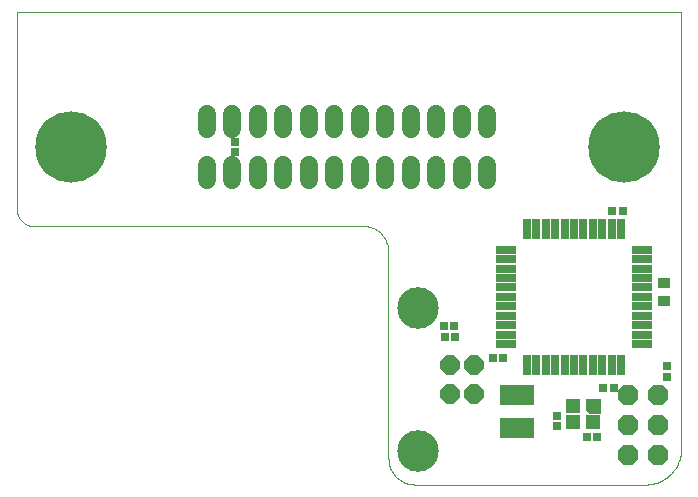
<source format=gbs>
G75*
%MOIN*%
%OFA0B0*%
%FSLAX24Y24*%
%IPPOS*%
%LPD*%
%AMOC8*
5,1,8,0,0,1.08239X$1,22.5*
%
%ADD10C,0.0039*%
%ADD11C,0.0600*%
%ADD12C,0.2380*%
%ADD13R,0.0512X0.0472*%
%ADD14C,0.0020*%
%ADD15OC8,0.0680*%
%ADD16R,0.0280X0.0280*%
%ADD17R,0.1143X0.0710*%
%ADD18R,0.0671X0.0316*%
%ADD19R,0.0316X0.0671*%
%ADD20R,0.0434X0.0356*%
%ADD21OC8,0.0654*%
%ADD22C,0.1386*%
D10*
X000639Y008800D02*
X011639Y008800D01*
X011696Y008798D01*
X011753Y008793D01*
X011810Y008783D01*
X011865Y008770D01*
X011920Y008754D01*
X011974Y008733D01*
X012026Y008710D01*
X012077Y008683D01*
X012125Y008653D01*
X012172Y008619D01*
X012216Y008583D01*
X012258Y008544D01*
X012297Y008502D01*
X012333Y008458D01*
X012367Y008411D01*
X012397Y008363D01*
X012424Y008312D01*
X012447Y008260D01*
X012468Y008206D01*
X012484Y008151D01*
X012497Y008096D01*
X012507Y008039D01*
X012512Y007982D01*
X012514Y007925D01*
X012514Y001050D01*
X012516Y000993D01*
X012521Y000936D01*
X012531Y000879D01*
X012544Y000824D01*
X012560Y000769D01*
X012581Y000715D01*
X012604Y000663D01*
X012631Y000613D01*
X012661Y000564D01*
X012695Y000517D01*
X012731Y000473D01*
X012770Y000431D01*
X012812Y000392D01*
X012856Y000356D01*
X012903Y000322D01*
X012952Y000292D01*
X013002Y000265D01*
X013054Y000242D01*
X013108Y000221D01*
X013163Y000205D01*
X013218Y000192D01*
X013275Y000182D01*
X013332Y000177D01*
X013389Y000175D01*
X021014Y000175D01*
X022264Y001300D02*
X022264Y015925D01*
X000139Y015925D01*
X000139Y009300D01*
X000141Y009256D01*
X000147Y009213D01*
X000156Y009171D01*
X000169Y009129D01*
X000186Y009089D01*
X000206Y009050D01*
X000229Y009013D01*
X000256Y008979D01*
X000285Y008946D01*
X000318Y008917D01*
X000352Y008890D01*
X000389Y008867D01*
X000428Y008847D01*
X000468Y008830D01*
X000510Y008817D01*
X000552Y008808D01*
X000595Y008802D01*
X000639Y008800D01*
X021015Y000176D02*
X021081Y000174D01*
X021148Y000176D01*
X021214Y000182D01*
X021280Y000192D01*
X021346Y000205D01*
X021410Y000222D01*
X021474Y000242D01*
X021536Y000266D01*
X021597Y000294D01*
X021656Y000324D01*
X021713Y000358D01*
X021768Y000396D01*
X021822Y000436D01*
X021872Y000479D01*
X021921Y000525D01*
X021966Y000574D01*
X022009Y000625D01*
X022049Y000678D01*
X022086Y000734D01*
X022120Y000792D01*
X022150Y000851D01*
X022177Y000912D01*
X022201Y000974D01*
X022221Y001038D01*
X022237Y001103D01*
X022250Y001168D01*
X022259Y001234D01*
X022264Y001301D01*
D11*
X015814Y010315D02*
X015814Y010835D01*
X014964Y010835D02*
X014964Y010315D01*
X014114Y010315D02*
X014114Y010835D01*
X013264Y010835D02*
X013264Y010315D01*
X012414Y010315D02*
X012414Y010835D01*
X011564Y010835D02*
X011564Y010315D01*
X010714Y010315D02*
X010714Y010835D01*
X009864Y010835D02*
X009864Y010315D01*
X009014Y010315D02*
X009014Y010835D01*
X008164Y010835D02*
X008164Y010315D01*
X007314Y010315D02*
X007314Y010835D01*
X006464Y010835D02*
X006464Y010315D01*
X006464Y012015D02*
X006464Y012535D01*
X007314Y012535D02*
X007314Y012015D01*
X008164Y012015D02*
X008164Y012535D01*
X009014Y012535D02*
X009014Y012015D01*
X009864Y012015D02*
X009864Y012535D01*
X010714Y012535D02*
X010714Y012015D01*
X011564Y012015D02*
X011564Y012535D01*
X012414Y012535D02*
X012414Y012015D01*
X013264Y012015D02*
X013264Y012535D01*
X014114Y012535D02*
X014114Y012015D01*
X014964Y012015D02*
X014964Y012535D01*
X015814Y012535D02*
X015814Y012015D01*
D12*
X020349Y011425D03*
X001929Y011425D03*
D13*
X018659Y002800D03*
X018659Y002249D03*
X019328Y002249D03*
D14*
X019210Y002574D02*
X019574Y002574D01*
X019574Y003026D01*
X019082Y003026D01*
X019082Y002702D01*
X019210Y002574D01*
X019206Y002578D02*
X019574Y002578D01*
X019574Y002596D02*
X019187Y002596D01*
X019169Y002615D02*
X019574Y002615D01*
X019574Y002633D02*
X019150Y002633D01*
X019132Y002652D02*
X019574Y002652D01*
X019574Y002670D02*
X019113Y002670D01*
X019095Y002689D02*
X019574Y002689D01*
X019574Y002707D02*
X019082Y002707D01*
X019082Y002726D02*
X019574Y002726D01*
X019574Y002744D02*
X019082Y002744D01*
X019082Y002763D02*
X019574Y002763D01*
X019574Y002781D02*
X019082Y002781D01*
X019082Y002800D02*
X019574Y002800D01*
X019574Y002818D02*
X019082Y002818D01*
X019082Y002837D02*
X019574Y002837D01*
X019574Y002855D02*
X019082Y002855D01*
X019082Y002874D02*
X019574Y002874D01*
X019574Y002892D02*
X019082Y002892D01*
X019082Y002911D02*
X019574Y002911D01*
X019574Y002929D02*
X019082Y002929D01*
X019082Y002948D02*
X019574Y002948D01*
X019574Y002966D02*
X019082Y002966D01*
X019082Y002985D02*
X019574Y002985D01*
X019574Y003003D02*
X019082Y003003D01*
X019082Y003022D02*
X019574Y003022D01*
D15*
X020514Y003175D03*
X020514Y002175D03*
X020514Y001175D03*
X021514Y001175D03*
X021514Y002175D03*
X021514Y003175D03*
D16*
X021783Y003771D03*
X021783Y004111D03*
X020017Y003408D03*
X019677Y003408D03*
X018146Y002460D03*
X018146Y002120D03*
X019120Y001766D03*
X019460Y001766D03*
X016323Y004405D03*
X015983Y004405D03*
X014732Y005101D03*
X014392Y005101D03*
X014372Y005455D03*
X014712Y005455D03*
X019976Y009306D03*
X020316Y009306D03*
X007389Y011255D03*
X007389Y011595D03*
D17*
X016814Y003153D03*
X016814Y002051D03*
D18*
X016434Y004854D03*
X016434Y005169D03*
X016434Y005484D03*
X016434Y005799D03*
X016434Y006114D03*
X016434Y006429D03*
X016434Y006744D03*
X016434Y007059D03*
X016434Y007374D03*
X016434Y007689D03*
X016434Y008003D03*
X020962Y008003D03*
X020962Y007689D03*
X020962Y007374D03*
X020962Y007059D03*
X020962Y006744D03*
X020962Y006429D03*
X020962Y006114D03*
X020962Y005799D03*
X020962Y005484D03*
X020962Y005169D03*
X020962Y004854D03*
D19*
X020273Y004165D03*
X019958Y004165D03*
X019643Y004165D03*
X019328Y004165D03*
X019013Y004165D03*
X018698Y004165D03*
X018383Y004165D03*
X018068Y004165D03*
X017753Y004165D03*
X017438Y004165D03*
X017123Y004165D03*
X017123Y008692D03*
X017438Y008692D03*
X017753Y008692D03*
X018068Y008692D03*
X018383Y008692D03*
X018698Y008692D03*
X019013Y008692D03*
X019328Y008692D03*
X019643Y008692D03*
X019958Y008692D03*
X020273Y008692D03*
D20*
X021685Y006877D03*
X021685Y006277D03*
D21*
X015369Y004167D03*
X014581Y004167D03*
X014581Y003183D03*
X015369Y003183D03*
D22*
X013514Y001305D03*
X013514Y006045D03*
M02*

</source>
